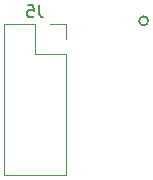
<source format=gbr>
%TF.GenerationSoftware,KiCad,Pcbnew,5.1.9*%
%TF.CreationDate,2021-03-07T20:19:58+01:00*%
%TF.ProjectId,obd32,6f626433-322e-46b6-9963-61645f706362,rev?*%
%TF.SameCoordinates,Original*%
%TF.FileFunction,Legend,Bot*%
%TF.FilePolarity,Positive*%
%FSLAX46Y46*%
G04 Gerber Fmt 4.6, Leading zero omitted, Abs format (unit mm)*
G04 Created by KiCad (PCBNEW 5.1.9) date 2021-03-07 20:19:58*
%MOMM*%
%LPD*%
G01*
G04 APERTURE LIST*
%ADD10C,0.120000*%
%ADD11C,0.152400*%
%ADD12C,0.150000*%
G04 APERTURE END LIST*
D10*
%TO.C,J5*%
X238566000Y-109788000D02*
X233366000Y-109788000D01*
X238566000Y-99568000D02*
X238566000Y-109788000D01*
X233366000Y-96968000D02*
X233366000Y-109788000D01*
X238566000Y-99568000D02*
X235966000Y-99568000D01*
X235966000Y-99568000D02*
X235966000Y-96968000D01*
X235966000Y-96968000D02*
X233366000Y-96968000D01*
X238566000Y-98298000D02*
X238566000Y-96968000D01*
X238566000Y-96968000D02*
X237236000Y-96968000D01*
D11*
%TO.C,J7*%
X245544500Y-96735500D02*
G75*
G03*
X245544500Y-96735500I-381000J0D01*
G01*
%TO.C,J5*%
D12*
X236299333Y-95420380D02*
X236299333Y-96134666D01*
X236346952Y-96277523D01*
X236442190Y-96372761D01*
X236585047Y-96420380D01*
X236680285Y-96420380D01*
X235346952Y-95420380D02*
X235823142Y-95420380D01*
X235870761Y-95896571D01*
X235823142Y-95848952D01*
X235727904Y-95801333D01*
X235489809Y-95801333D01*
X235394571Y-95848952D01*
X235346952Y-95896571D01*
X235299333Y-95991809D01*
X235299333Y-96229904D01*
X235346952Y-96325142D01*
X235394571Y-96372761D01*
X235489809Y-96420380D01*
X235727904Y-96420380D01*
X235823142Y-96372761D01*
X235870761Y-96325142D01*
%TD*%
M02*

</source>
